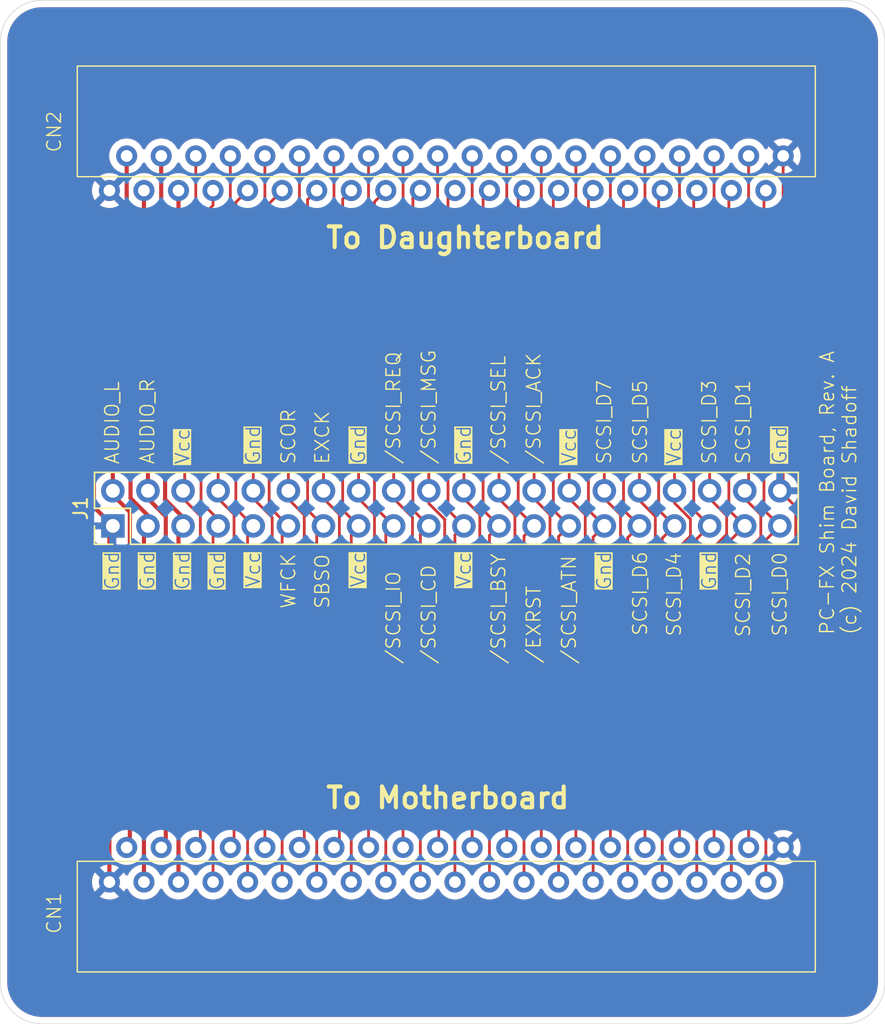
<source format=kicad_pcb>
(kicad_pcb (version 20240108) (generator "pcbnew") (generator_version "8.0")
  (layers (0 "F.Cu" signal) (31 "B.Cu" signal) (34 "B.Paste" user) (35 "F.Paste" user) (36 "B.SilkS" user "B.Silkscreen") (37 "F.SilkS" user "F.Silkscreen") (38 "B.Mask" user) (39 "F.Mask" user) (44 "Edge.Cuts" user))
  (net 0 "")
  (net 1 "Net-(J1-Pin_11)")
  (net 2 "Net-(J1-Pin_32)")
  (net 3 "Net-(J1-Pin_7)")
  (net 4 "Net-(J1-Pin_15)")
  (net 5 "Net-(J1-Pin_38)")
  (net 6 "Net-(J1-Pin_35)")
  (net 7 "Net-(J1-Pin_26)")
  (net 8 "Net-(J1-Pin_12)")
  (net 9 "Net-(J1-Pin_14)")
  (net 10 "Net-(J1-Pin_18)")
  (net 11 "Net-(J1-Pin_23)")
  (net 12 "Net-(J1-Pin_10)")
  (net 13 "Net-(J1-Pin_8)")
  (net 14 "Net-(J1-Pin_2)")
  (net 15 "Net-(J1-Pin_21)")
  (net 16 "Net-(J1-Pin_25)")
  (net 17 "Net-(J1-Pin_19)")
  (net 18 "Net-(J1-Pin_4)")
  (net 19 "Net-(J1-Pin_28)")
  (net 20 "Net-(J1-Pin_6)")
  (net 21 "Net-(J1-Pin_37)")
  (net 22 "Net-(J1-Pin_17)")
  (net 23 "Net-(J1-Pin_3)")
  (net 24 "Net-(J1-Pin_36)")
  (net 25 "Net-(J1-Pin_29)")
  (net 26 "Net-(J1-Pin_39)")
  (net 27 "Net-(J1-Pin_27)")
  (net 28 "Net-(J1-Pin_16)")
  (net 29 "Net-(J1-Pin_9)")
  (net 30 "Net-(J1-Pin_33)")
  (net 31 "Net-(J1-Pin_5)")
  (net 32 "Net-(J1-Pin_24)")
  (net 33 "Net-(J1-Pin_22)")
  (net 34 "Net-(J1-Pin_20)")
  (net 35 "Net-(J1-Pin_31)")
  (net 36 "Net-(J1-Pin_30)")
  (net 37 "Net-(J1-Pin_34)")
  (net 38 "Net-(J1-Pin_13)")
  (net 39 "GND")
  (footprint "Library:FFC_40_Molex_52044-4045" (layer "F.Cu") (at 148.64 123.5)
    (property "Reference" "CN1" (at -27.75 3.5 90) (layer "F.SilkS") (effects (font (thickness 0.1))))
    (property "Value" "~")
    (fp_rect (start -26.075 -0.25) (end 27.325 7.75) (stroke (width 0.1)) (fill none) (layer "F.SilkS"))
    (pad "1" thru_hole circle (at -23.75 1.25) (size 1.524 1.524) (drill 0.85) (layers "*.Cu" "*.Mask") (net 39 "GND"))
    (pad "2" thru_hole circle (at -22.5 -1.25) (size 1.524 1.524) (drill 0.85) (layers "*.Cu" "*.Mask") (net 14 "Net-(J1-Pin_2)"))
    (pad "3" thru_hole circle (at -21.25 1.25) (size 1.524 1.524) (drill 0.85) (layers "*.Cu" "*.Mask") (net 23 "Net-(J1-Pin_3)"))
    (pad "4" thru_hole circle (at -20 -1.25) (size 1.524 1.524) (drill 0.85) (layers "*.Cu" "*.Mask") (net 18 "Net-(J1-Pin_4)"))
    (pad "5" thru_hole circle (at -18.75 1.25) (size 1.524 1.524) (drill 0.85) (layers "*.Cu" "*.Mask") (net 31 "Net-(J1-Pin_5)"))
    (pad "6" thru_hole circle (at -17.5 -1.25) (size 1.524 1.524) (drill 0.85) (layers "*.Cu" "*.Mask") (net 20 "Net-(J1-Pin_6)"))
    (pad "7" thru_hole circle (at -16.25 1.25) (size 1.524 1.524) (drill 0.85) (layers "*.Cu" "*.Mask") (net 3 "Net-(J1-Pin_7)"))
    (pad "8" thru_hole circle (at -15 -1.25) (size 1.524 1.524) (drill 0.85) (layers "*.Cu" "*.Mask") (net 13 "Net-(J1-Pin_8)"))
    (pad "9" thru_hole circle (at -13.75 1.25) (size 1.524 1.524) (drill 0.85) (layers "*.Cu" "*.Mask") (net 29 "Net-(J1-Pin_9)"))
    (pad "10" thru_hole circle (at -12.5 -1.25) (size 1.524 1.524) (drill 0.85) (layers "*.Cu" "*.Mask") (net 12 "Net-(J1-Pin_10)"))
    (pad "11" thru_hole circle (at -11.25 1.25) (size 1.524 1.524) (drill 0.85) (layers "*.Cu" "*.Mask") (net 1 "Net-(J1-Pin_11)"))
    (pad "12" thru_hole circle (at -10 -1.25) (size 1.524 1.524) (drill 0.85) (layers "*.Cu" "*.Mask") (net 8 "Net-(J1-Pin_12)"))
    (pad "13" thru_hole circle (at -8.75 1.25) (size 1.524 1.524) (drill 0.85) (layers "*.Cu" "*.Mask") (net 38 "Net-(J1-Pin_13)"))
    (pad "14" thru_hole circle (at -7.5 -1.25) (size 1.524 1.524) (drill 0.85) (layers "*.Cu" "*.Mask") (net 9 "Net-(J1-Pin_14)"))
    (pad "15" thru_hole circle (at -6.25 1.25) (size 1.524 1.524) (drill 0.85) (layers "*.Cu" "*.Mask") (net 4 "Net-(J1-Pin_15)"))
    (pad "16" thru_hole circle (at -5 -1.25) (size 1.524 1.524) (drill 0.85) (layers "*.Cu" "*.Mask") (net 28 "Net-(J1-Pin_16)"))
    (pad "17" thru_hole circle (at -3.75 1.25) (size 1.524 1.524) (drill 0.85) (layers "*.Cu" "*.Mask") (net 22 "Net-(J1-Pin_17)"))
    (pad "18" thru_hole circle (at -2.5 -1.25) (size 1.524 1.524) (drill 0.85) (layers "*.Cu" "*.Mask") (net 10 "Net-(J1-Pin_18)"))
    (pad "19" thru_hole circle (at -1.25 1.25) (size 1.524 1.524) (drill 0.85) (layers "*.Cu" "*.Mask") (net 17 "Net-(J1-Pin_19)"))
    (pad "20" thru_hole circle (at 0 -1.25) (size 1.524 1.524) (drill 0.85) (layers "*.Cu" "*.Mask") (net 34 "Net-(J1-Pin_20)"))
    (pad "21" thru_hole circle (at 1.25 1.25) (size 1.524 1.524) (drill 0.85) (layers "*.Cu" "*.Mask") (net 15 "Net-(J1-Pin_21)"))
    (pad "22" thru_hole circle (at 2.5 -1.25) (size 1.524 1.524) (drill 0.85) (layers "*.Cu" "*.Mask") (net 33 "Net-(J1-Pin_22)"))
    (pad "23" thru_hole circle (at 3.75 1.25) (size 1.524 1.524) (drill 0.85) (layers "*.Cu" "*.Mask") (net 11 "Net-(J1-Pin_23)"))
    (pad "24" thru_hole circle (at 5 -1.25) (size 1.524 1.524) (drill 0.85) (layers "*.Cu" "*.Mask") (net 32 "Net-(J1-Pin_24)"))
    (pad "25" thru_hole circle (at 6.25 1.25) (size 1.524 1.524) (drill 0.85) (layers "*.Cu" "*.Mask") (net 16 "Net-(J1-Pin_25)"))
    (pad "26" thru_hole circle (at 7.5 -1.25) (size 1.524 1.524) (drill 0.85) (layers "*.Cu" "*.Mask") (net 7 "Net-(J1-Pin_26)"))
    (pad "27" thru_hole circle (at 8.75 1.25) (size 1.524 1.524) (drill 0.85) (layers "*.Cu" "*.Mask") (net 27 "Net-(J1-Pin_27)"))
    (pad "28" thru_hole circle (at 10 -1.25) (size 1.524 1.524) (drill 0.85) (layers "*.Cu" "*.Mask") (net 19 "Net-(J1-Pin_28)"))
    (pad "29" thru_hole circle (at 11.25 1.25) (size 1.524 1.524) (drill 0.85) (layers "*.Cu" "*.Mask") (net 25 "Net-(J1-Pin_29)"))
    (pad "30" thru_hole circle (at 12.5 -1.25) (size 1.524 1.524) (drill 0.85) (layers "*.Cu" "*.Mask") (net 36 "Net-(J1-Pin_30)"))
    (pad "31" thru_hole circle (at 13.75 1.25) (size 1.524 1.524) (drill 0.85) (layers "*.Cu" "*.Mask") (net 35 "Net-(J1-Pin_31)"))
    (pad "32" thru_hole circle (at 15 -1.25) (size 1.524 1.524) (drill 0.85) (layers "*.Cu" "*.Mask") (net 2 "Net-(J1-Pin_32)"))
    (pad "33" thru_hole circle (at 16.25 1.25) (size 1.524 1.524) (drill 0.85) (layers "*.Cu" "*.Mask") (net 30 "Net-(J1-Pin_33)"))
    (pad "34" thru_hole circle (at 17.5 -1.25) (size 1.524 1.524) (drill 0.85) (layers "*.Cu" "*.Mask") (net 37 "Net-(J1-Pin_34)"))
    (pad "35" thru_hole circle (at 18.75 1.25) (size 1.524 1.524) (drill 0.85) (layers "*.Cu" "*.Mask") (net 6 "Net-(J1-Pin_35)"))
    (pad "36" thru_hole circle (at 20 -1.25) (size 1.524 1.524) (drill 0.85) (layers "*.Cu" "*.Mask") (net 24 "Net-(J1-Pin_36)"))
    (pad "37" thru_hole circle (at 21.25 1.25) (size 1.524 1.524) (drill 0.85) (layers "*.Cu" "*.Mask") (net 21 "Net-(J1-Pin_37)"))
    (pad "38" thru_hole circle (at 22.5 -1.25) (size 1.524 1.524) (drill 0.85) (layers "*.Cu" "*.Mask") (net 5 "Net-(J1-Pin_38)"))
    (pad "39" thru_hole circle (at 23.75 1.25) (size 1.524 1.524) (drill 0.85) (layers "*.Cu" "*.Mask") (net 26 "Net-(J1-Pin_39)"))
    (pad "40" thru_hole circle (at 25 -1.25) (size 1.524 1.524) (drill 0.85) (layers "*.Cu" "*.Mask") (net 39 "GND"))
  )
  (footprint "Library:FFC_40_Molex_52044-4045" (layer "F.Cu") (at 149.89 73.5 180)
    (property "Reference" "CN2" (at 29 3 90) (layer "F.SilkS") (effects (font (thickness 0.1))))
    (property "Value" "~")
    (fp_rect (start -26.075 -0.25) (end 27.325 7.75) (stroke (width 0.1)) (fill none) (layer "F.SilkS"))
    (pad "1" thru_hole circle (at -23.75 1.25 180) (size 1.524 1.524) (drill 0.85) (layers "*.Cu" "*.Mask") (net 39 "GND"))
    (pad "2" thru_hole circle (at -22.5 -1.25 180) (size 1.524 1.524) (drill 0.85) (layers "*.Cu" "*.Mask") (net 26 "Net-(J1-Pin_39)"))
    (pad "3" thru_hole circle (at -21.25 1.25 180) (size 1.524 1.524) (drill 0.85) (layers "*.Cu" "*.Mask") (net 5 "Net-(J1-Pin_38)"))
    (pad "4" thru_hole circle (at -20 -1.25 180) (size 1.524 1.524) (drill 0.85) (layers "*.Cu" "*.Mask") (net 21 "Net-(J1-Pin_37)"))
    (pad "5" thru_hole circle (at -18.75 1.25 180) (size 1.524 1.524) (drill 0.85) (layers "*.Cu" "*.Mask") (net 24 "Net-(J1-Pin_36)"))
    (pad "6" thru_hole circle (at -17.5 -1.25 180) (size 1.524 1.524) (drill 0.85) (layers "*.Cu" "*.Mask") (net 6 "Net-(J1-Pin_35)"))
    (pad "7" thru_hole circle (at -16.25 1.25 180) (size 1.524 1.524) (drill 0.85) (layers "*.Cu" "*.Mask") (net 37 "Net-(J1-Pin_34)"))
    (pad "8" thru_hole circle (at -15 -1.25 180) (size 1.524 1.524) (drill 0.85) (layers "*.Cu" "*.Mask") (net 30 "Net-(J1-Pin_33)"))
    (pad "9" thru_hole circle (at -13.75 1.25 180) (size 1.524 1.524) (drill 0.85) (layers "*.Cu" "*.Mask") (net 2 "Net-(J1-Pin_32)"))
    (pad "10" thru_hole circle (at -12.5 -1.25 180) (size 1.524 1.524) (drill 0.85) (layers "*.Cu" "*.Mask") (net 35 "Net-(J1-Pin_31)"))
    (pad "11" thru_hole circle (at -11.25 1.25 180) (size 1.524 1.524) (drill 0.85) (layers "*.Cu" "*.Mask") (net 36 "Net-(J1-Pin_30)"))
    (pad "12" thru_hole circle (at -10 -1.25 180) (size 1.524 1.524) (drill 0.85) (layers "*.Cu" "*.Mask") (net 25 "Net-(J1-Pin_29)"))
    (pad "13" thru_hole circle (at -8.75 1.25 180) (size 1.524 1.524) (drill 0.85) (layers "*.Cu" "*.Mask") (net 19 "Net-(J1-Pin_28)"))
    (pad "14" thru_hole circle (at -7.5 -1.25 180) (size 1.524 1.524) (drill 0.85) (layers "*.Cu" "*.Mask") (net 27 "Net-(J1-Pin_27)"))
    (pad "15" thru_hole circle (at -6.25 1.25 180) (size 1.524 1.524) (drill 0.85) (layers "*.Cu" "*.Mask") (net 7 "Net-(J1-Pin_26)"))
    (pad "16" thru_hole circle (at -5 -1.25 180) (size 1.524 1.524) (drill 0.85) (layers "*.Cu" "*.Mask") (net 16 "Net-(J1-Pin_25)"))
    (pad "17" thru_hole circle (at -3.75 1.25 180) (size 1.524 1.524) (drill 0.85) (layers "*.Cu" "*.Mask") (net 32 "Net-(J1-Pin_24)"))
    (pad "18" thru_hole circle (at -2.5 -1.25 180) (size 1.524 1.524) (drill 0.85) (layers "*.Cu" "*.Mask") (net 11 "Net-(J1-Pin_23)"))
    (pad "19" thru_hole circle (at -1.25 1.25 180) (size 1.524 1.524) (drill 0.85) (layers "*.Cu" "*.Mask") (net 33 "Net-(J1-Pin_22)"))
    (pad "20" thru_hole circle (at 0 -1.25 180) (size 1.524 1.524) (drill 0.85) (layers "*.Cu" "*.Mask") (net 15 "Net-(J1-Pin_21)"))
    (pad "21" thru_hole circle (at 1.25 1.25 180) (size 1.524 1.524) (drill 0.85) (layers "*.Cu" "*.Mask") (net 34 "Net-(J1-Pin_20)"))
    (pad "22" thru_hole circle (at 2.5 -1.25 180) (size 1.524 1.524) (drill 0.85) (layers "*.Cu" "*.Mask") (net 17 "Net-(J1-Pin_19)"))
    (pad "23" thru_hole circle (at 3.75 1.25 180) (size 1.524 1.524) (drill 0.85) (layers "*.Cu" "*.Mask") (net 10 "Net-(J1-Pin_18)"))
    (pad "24" thru_hole circle (at 5 -1.25 180) (size 1.524 1.524) (drill 0.85) (layers "*.Cu" "*.Mask") (net 22 "Net-(J1-Pin_17)"))
    (pad "25" thru_hole circle (at 6.25 1.25 180) (size 1.524 1.524) (drill 0.85) (layers "*.Cu" "*.Mask") (net 28 "Net-(J1-Pin_16)"))
    (pad "26" thru_hole circle (at 7.5 -1.25 180) (size 1.524 1.524) (drill 0.85) (layers "*.Cu" "*.Mask") (net 4 "Net-(J1-Pin_15)"))
    (pad "27" thru_hole circle (at 8.75 1.25 180) (size 1.524 1.524) (drill 0.85) (layers "*.Cu" "*.Mask") (net 9 "Net-(J1-Pin_14)"))
    (pad "28" thru_hole circle (at 10 -1.25 180) (size 1.524 1.524) (drill 0.85) (layers "*.Cu" "*.Mask") (net 38 "Net-(J1-Pin_13)"))
    (pad "29" thru_hole circle (at 11.25 1.25 180) (size 1.524 1.524) (drill 0.85) (layers "*.Cu" "*.Mask") (net 8 "Net-(J1-Pin_12)"))
    (pad "30" thru_hole circle (at 12.5 -1.25 180) (size 1.524 1.524) (drill 0.85) (layers "*.Cu" "*.Mask") (net 1 "Net-(J1-Pin_11)"))
    (pad "31" thru_hole circle (at 13.75 1.25 180) (size 1.524 1.524) (drill 0.85) (layers "*.Cu" "*.Mask") (net 12 "Net-(J1-Pin_10)"))
    (pad "32" thru_hole circle (at 15 -1.25 180) (size 1.524 1.524) (drill 0.85) (layers "*.Cu" "*.Mask") (net 29 "Net-(J1-Pin_9)"))
    (pad "33" thru_hole circle (at 16.25 1.25 180) (size 1.524 1.524) (drill 0.85) (layers "*.Cu" "*.Mask") (net 13 "Net-(J1-Pin_8)"))
    (pad "34" thru_hole circle (at 17.5 -1.25 180) (size 1.524 1.524) (drill 0.85) (layers "*.Cu" "*.Mask") (net 3 "Net-(J1-Pin_7)"))
    (pad "35" thru_hole circle (at 18.75 1.25 180) (size 1.524 1.524) (drill 0.85) (layers "*.Cu" "*.Mask") (net 20 "Net-(J1-Pin_6)"))
    (pad "36" thru_hole circle (at 20 -1.25 180) (size 1.524 1.524) (drill 0.85) (layers "*.Cu" "*.Mask") (net 31 "Net-(J1-Pin_5)"))
    (pad "37" thru_hole circle (at 21.25 1.25 180) (size 1.524 1.524) (drill 0.85) (layers "*.Cu" "*.Mask") (net 18 "Net-(J1-Pin_4)"))
    (pad "38" thru_hole circle (at 22.5 -1.25 180) (size 1.524 1.524) (drill 0.85) (layers "*.Cu" "*.Mask") (net 23 "Net-(J1-Pin_3)"))
    (pad "39" thru_hole circle (at 23.75 1.25 180) (size 1.524 1.524) (drill 0.85) (layers "*.Cu" "*.Mask") (net 14 "Net-(J1-Pin_2)"))
    (pad "40" thru_hole circle (at 25 -1.25 180) (size 1.524 1.524) (drill 0.85) (layers "*.Cu" "*.Mask") (net 39 "GND"))
  )
  (footprint "Library:PinHeader_2x20_P2.54mm_Vertical" (layer "F.Cu") (at 125.14 99 90)
    (property "Reference" "J1" (at 1.27 -2.33 90) (layer "F.SilkS"))
    (property "Value" "Conn_02x20_Odd_Even" (hide yes))
    (fp_line (start 3.87 -1.33) (end 3.87 49.59) (stroke (width 0.12)) (layer "F.SilkS"))
    (fp_line (start 1.27 -1.33) (end 3.87 -1.33) (stroke (width 0.12)) (layer "F.SilkS"))
    (fp_line (start -1.33 -1.33) (end 0 -1.33) (stroke (width 0.12)) (layer "F.SilkS"))
    (fp_line (start -1.33 0) (end -1.33 -1.33) (stroke (width 0.12)) (layer "F.SilkS"))
    (fp_line (start 1.27 1.27) (end 1.27 -1.33) (stroke (width 0.12)) (layer "F.SilkS"))
    (fp_line (start -1.33 1.27) (end 1.27 1.27) (stroke (width 0.12)) (layer "F.SilkS"))
    (fp_line (start -1.33 1.27) (end -1.33 49.59) (stroke (width 0.12)) (layer "F.SilkS"))
    (fp_line (start -1.33 49.59) (end 3.87 49.59) (stroke (width 0.12)) (layer "F.SilkS"))
    (pad "1" thru_hole rect (at 0 0 90) (size 1.7 1.7) (drill 1) (layers "*.Cu" "*.Mask") (net 39 "GND"))
    (pad "2" thru_hole oval (at 2.54 0 90) (size 1.7 1.7) (drill 1) (layers "*.Cu" "*.Mask") (net 14 "Net-(J1-Pin_2)"))
    (pad "3" thru_hole oval (at 0 2.54 90) (size 1.7 1.7) (drill 1) (layers "*.Cu" "*.Mask") (net 23 "Net-(J1-Pin_3)"))
    (pad "4" thru_hole oval (at 2.54 2.54 90) (size 1.7 1.7) (drill 1) (layers "*.Cu" "*.Mask") (net 18 "Net-(J1-Pin_4)"))
    (pad "5" thru_hole oval (at 0 5.08 90) (size 1.7 1.7) (drill 1) (layers "*.Cu" "*.Mask") (net 31 "Net-(J1-Pin_5)"))
    (pad "6" thru_hole oval (at 2.54 5.08 90) (size 1.7 1.7) (drill 1) (layers "*.Cu" "*.Mask") (net 20 "Net-(J1-Pin_6)"))
    (pad "7" thru_hole oval (at 0 7.62 90) (size 1.7 1.7) (drill 1) (layers "*.Cu" "*.Mask") (net 3 "Net-(J1-Pin_7)"))
    (pad "8" thru_hole oval (at 2.54 7.62 90) (size 1.7 1.7) (drill 1) (layers "*.Cu" "*.Mask") (net 13 "Net-(J1-Pin_8)"))
    (pad "9" thru_hole oval (at 0 10.16 90) (size 1.7 1.7) (drill 1) (layers "*.Cu" "*.Mask") (net 29 "Net-(J1-Pin_9)"))
    (pad "10" thru_hole oval (at 2.54 10.16 90) (size 1.7 1.7) (drill 1) (layers "*.Cu" "*.Mask") (net 12 "Net-(J1-Pin_10)"))
    (pad "11" thru_hole oval (at 0 12.7 90) (size 1.7 1.7) (drill 1) (layers "*.Cu" "*.Mask") (net 1 "Net-(J1-Pin_11)"))
    (pad "12" thru_hole oval (at 2.54 12.7 90) (size 1.7 1.7) (drill 1) (layers "*.Cu" "*.Mask") (net 8 "Net-(J1-Pin_12)"))
    (pad "13" thru_hole oval (at 0 15.24 90) (size 1.7 1.7) (drill 1) (layers "*.Cu" "*.Mask") (net 38 "Net-(J1-Pin_13)"))
    (pad "14" thru_hole oval (at 2.54 15.24 90) (size 1.7 1.7) (drill 1) (layers "*.Cu" "*.Mask") (net 9 "Net-(J1-Pin_14)"))
    (pad "15" thru_hole oval (at 0 17.78 90) (size 1.7 1.7) (drill 1) (layers "*.Cu" "*.Mask") (net 4 "Net-(J1-Pin_15)"))
    (pad "16" thru_hole oval (at 2.54 17.78 90) (size 1.7 1.7) (drill 1) (layers "*.Cu" "*.Mask") (net 28 "Net-(J1-Pin_16)"))
    (pad "17" thru_hole oval (at 0 20.32 90) (size 1.7 1.7) (drill 1) (layers "*.Cu" "*.Mask") (net 22 "Net-(J1-Pin_17)"))
    (pad "18" thru_hole oval (at 2.54 20.32 90) (size 1.7 1.7) (drill 1) (layers "*.Cu" "*.Mask") (net 10 "Net-(J1-Pin_18)"))
    (pad "19" thru_hole oval (at 0 22.86 90) (size 1.7 1.7) (drill 1) (layers "*.Cu" "*.Mask") (net 17 "Net-(J1-Pin_19)"))
    (pad "20" thru_hole oval (at 2.54 22.86 90) (size 1.7 1.7) (drill 1) (layers "*.Cu" "*.Mask") (net 34 "Net-(J1-Pin_20)"))
    (pad "21" thru_hole oval (at 0 25.4 90) (size 1.7 1.7) (drill 1) (layers "*.Cu" "*.Mask") (net 15 "Net-(J1-Pin_21)"))
    (pad "22" thru_hole oval (at 2.54 25.4 90) (size 1.7 1.7) (drill 1) (layers "*.Cu" "*.Mask") (net 33 "Net-(J1-Pin_22)"))
    (pad "23" thru_hole oval (at 0 27.94 90) (size 1.7 1.7) (drill 1) (layers "*.Cu" "*.Mask") (net 11 "Net-(J1-Pin_23)"))
    (pad "24" thru_hole oval (at 2.54 27.94 90) (size 1.7 1.7) (drill 1) (layers "*.Cu" "*.Mask") (net 32 "Net-(J1-Pin_24)"))
    (pad "25" thru_hole oval (at 0 30.48 90) (size 1.7 1.7) (drill 1) (layers "*.Cu" "*.Mask") (net 16 "Net-(J1-Pin_25)"))
    (pad "26" thru_hole oval (at 2.54 30.48 90) (size 1.7 1.7) (drill 1) (layers "*.Cu" "*.Mask") (net 7 "Net-(J1-Pin_26)"))
    (pad "27" thru_hole oval (at 0 33.02 90) (size 1.7 1.7) (drill 1) (layers "*.Cu" "*.Mask") (net 27 "Net-(J1-Pin_27)"))
    (pad "28" thru_hole oval (at 2.54 33.02 90) (size 1.7 1.7) (drill 1) (layers "*.Cu" "*.Mask") (net 19 "Net-(J1-Pin_28)"))
    (pad "29" thru_hole oval (at 0 35.56 90) (size 1.7 1.7) (drill 1) (layers "*.Cu" "*.Mask") (net 25 "Net-(J1-Pin_29)"))
    (pad "30" thru_hole oval (at 2.54 35.56 90) (size 1.7 1.7) (drill 1) (layers "*.Cu" "*.Mask") (net 36 "Net-(J1-Pin_30)"))
    (pad "31" thru_hole oval (at 0 38.1 90) (size 1.7 1.7) (drill 1) (layers "*.Cu" "*.Mask") (net 35 "Net-(J1-Pin_31)"))
    (pad "32" thru_hole oval (at 2.54 38.1 90) (size 1.7 1.7) (drill 1) (layers "*.Cu" "*.Mask") (net 2 "Net-(J1-Pin_32)"))
    (pad "33" thru_hole oval (at 0 40.64 90) (size 1.7 1.7) (drill 1) (layers "*.Cu" "*.Mask") (net 30 "Net-(J1-Pin_33)"))
    (pad "34" thru_hole oval (at 2.54 40.64 90) (size 1.7 1.7) (drill 1) (layers "*.Cu" "*.Mask") (net 37 "Net-(J1-Pin_34)"))
    (pad "35" thru_hole oval (at 0 43.18 90) (size 1.7 1.7) (drill 1) (layers "*.Cu" "*.Mask") (net 6 "Net-(J1-Pin_35)"))
    (pad "36" thru_hole oval (at 2.54 43.18 90) (size 1.7 1.7) (drill 1) (layers "*.Cu" "*.Mask") (net 24 "Net-(J1-Pin_36)"))
    (pad "37" thru_hole oval (at 0 45.72 90) (size 1.7 1.7) (drill 1) (layers "*.Cu" "*.Mask") (net 21 "Net-(J1-Pin_37)"))
    (pad "38" thru_hole oval (at 2.54 45.72 90) (size 1.7 1.7) (drill 1) (layers "*.Cu" "*.Mask") (net 5 "Net-(J1-Pin_38)"))
    (pad "39" thru_hole oval (at 0 48.26 90) (size 1.7 1.7) (drill 1) (layers "*.Cu" "*.Mask") (net 26 "Net-(J1-Pin_39)"))
    (pad "40" thru_hole oval (at 2.54 48.26 90) (size 1.7 1.7) (drill 1) (layers "*.Cu" "*.Mask") (net 39 "GND"))
  )
  (gr_arc (start 181 132) (mid 180.12132 134.12132) (end 178 135) (stroke (width 0.05)) (layer "Edge.Cuts"))
  (gr_line (start 178 61) (end 120 61) (stroke (width 0.05)) (layer "Edge.Cuts"))
  (gr_line (start 120 135) (end 178 135) (stroke (width 0.05)) (layer "Edge.Cuts"))
  (gr_arc (start 117 64) (mid 117.87868 61.87868) (end 120 61) (stroke (width 0.05)) (layer "Edge.Cuts"))
  (gr_arc (start 178 61) (mid 180.12132 61.87868) (end 181 64) (stroke (width 0.05)) (layer "Edge.Cuts"))
  (gr_line (start 117 64) (end 117 132) (stroke (width 0.05)) (layer "Edge.Cuts"))
  (gr_line (start 181 132) (end 181 64) (stroke (width 0.05)) (layer "Edge.Cuts"))
  (gr_arc (start 120 135) (mid 117.87868 134.12132) (end 117 132) (stroke (width 0.05)) (layer "Edge.Cuts"))
  (gr_text "SCSI_D0" (at 173.975 107.055 90) (layer "F.SilkS") (effects (font (size 1 1) (thickness 0.1)) (justify left bottom)))
  (gr_text "/SCSI_ACK" (at 156.175 94.605 90) (layer "F.SilkS") (effects (font (size 1 1) (thickness 0.1)) (justify left bottom)))
  (gr_text "Gnd" (at 135.875 94.605 90) (layer "F.SilkS" knockout) (effects (font (size 1 1) (thickness 0.1)) (justify left bottom)))
  (gr_text "Vcc" (at 158.725 94.605 90) (layer "F.SilkS" knockout) (effects (font (size 1 1) (thickness 0.1)) (justify left bottom)))
  (gr_text "SCSI_D1" (at 171.325 94.605 90) (layer "F.SilkS") (effects (font (size 1 1) (thickness 0.1)) (justify left bottom)))
  (gr_text "SCSI_D2" (at 171.325 107.105 90) (layer "F.SilkS") (effects (font (size 1 1) (thickness 0.1)) (justify left bottom)))
  (gr_text "SCSI_D5" (at 163.875 94.605 90) (layer "F.SilkS") (effects (font (size 1 1) (thickness 0.1)) (justify left bottom)))
  (gr_text "Vcc" (at 143.475 103.505 90) (layer "F.SilkS" knockout) (effects (font (size 1 1) (thickness 0.1)) (justify left bottom)))
  (gr_text "SCSI_D7" (at 161.275 94.605 90) (layer "F.SilkS") (effects (font (size 1 1) (thickness 0.1)) (justify left bottom)))
  (gr_text "/SCSI_BSY" (at 153.625 109.055 90) (layer "F.SilkS") (effects (font (size 1 1) (thickness 0.1)) (justify left bottom)))
  (gr_text "/SCSI_ATN" (at 158.725 109.055 90) (layer "F.SilkS") (effects (font (size 1 1) (thickness 0.1)) (justify left bottom)))
  (gr_text "/SCSI_CD" (at 148.575 109.055 90) (layer "F.SilkS") (effects (font (size 1 1) (thickness 0.1)) (justify left bottom)))
  (gr_text "/SCSI_REQ" (at 146.025 94.605 90) (layer "F.SilkS") (effects (font (size 1 1) (thickness 0.1)) (justify left bottom)))
  (gr_text "Gnd" (at 128.225 103.705 90) (layer "F.SilkS" knockout) (effects (font (size 1 1) (thickness 0.1)) (justify left bottom)))
  (gr_text "SCSI_D6" (at 163.875 107.005 90) (layer "F.SilkS") (effects (font (size 1 1) (thickness 0.1)) (justify left bottom)))
  (gr_text "Gnd" (at 161.275 103.705 90) (layer "F.SilkS" knockout) (effects (font (size 1 1) (thickness 0.1)) (justify left bottom)))
  (gr_text "Gnd" (at 133.275 103.705 90) (layer "F.SilkS" knockout) (effects (font (size 1 1) (thickness 0.1)) (justify left bottom)))
  (gr_text "PC-FX Shim Board, Rev. A\n(c) 2024 David Shadoff" (at 179.02 106.94 90) (layer "F.SilkS") (effects (font (size 1 1) (thickness 0.1)) (justify left bottom)))
  (gr_text "Gnd" (at 173.975 94.605 90) (layer "F.SilkS" knockout) (effects (font (size 1 1) (thickness 0.1)) (justify left bottom)))
  (gr_text "AUDIO_L" (at 125.675 94.605 90) (layer "F.SilkS") (effects (font (size 1 1) (thickness 0.1)) (justify left bottom)))
  (gr_text "/SCSI_SEL" (at 153.625 94.605 90) (layer "F.SilkS") (effects (font (size 1 1) (thickness 0.1)) (justify left bottom)))
  (gr_text "Gnd" (at 143.475 94.605 90) (layer "F.SilkS" knockout) (effects (font (size 1 1) (thickness 0.1)) (justify left bottom)))
  (gr_text "Vcc" (at 166.325 94.605 90) (layer "F.SilkS" knockout) (effects (font (size 1 1) (thickness 0.1)) (justify left bottom)))
  (gr_text "Vcc" (at 151.125 103.505 90) (layer "F.SilkS" knockout) (effects (font (size 1 1) (thickness 0.1)) (justify left bottom)))
  (gr_text "To Daughterboard" (at 140.42 79.04 0) (layer "F.SilkS") (effects (font (size 1.5 1.5) (thickness 0.3) (bold yes)) (justify left bottom)))
  (gr_text "SCSI_D4" (at 166.325 107.055 90) (layer "F.SilkS") (effects (font (size 1 1) (thickness 0.1)) (justify left bottom)))
  (gr_text "To Motherboard" (at 140.42 119.54 0) (layer "F.SilkS") (effects (font (size 1.5 1.5) (thickness 0.3) (bold yes)) (justify left bottom)))
  (gr_text "SCOR" (at 138.425 94.605 90) (layer "F.SilkS") (effects (font (size 1 1) (thickness 0.1)) (justify left bottom)))
  (gr_text "Vcc" (at 135.875 103.505 90) (layer "F.SilkS" knockout) (effects (font (size 1 1) (thickness 0.1)) (justify left bottom)))
  (gr_text "Gnd" (at 130.775 103.705 90) (layer "F.SilkS" knockout) (effects (font (size 1 1) (thickness 0.1)) (justify left bottom)))
  (gr_text "/EXRST" (at 156.175 109.005 90) (layer "F.SilkS") (effects (font (size 1 1) (thickness 0.1)) (justify left bottom)))
  (gr_text "EXCK" (at 140.875 94.605 90) (layer "F.SilkS") (effects (font (size 1 1) (thickness 0.1)) (justify left bottom)))
  (gr_text "SCSI_D3" (at 168.875 94.605 90) (layer "F.SilkS") (effects (font (size 1 1) (thickness 0.1)) (justify left bottom)))
  (gr_text "AUDIO_R" (at 128.225 94.605 90) (layer "F.SilkS") (effects (font (size 1 1) (thickness 0.1)) (justify left bottom)))
  (gr_text "Gnd" (at 168.875 103.705 90) (layer "F.SilkS" knockout) (effects (font (size 1 1) (thickness 0.1)) (justify left bottom)))
  (gr_text "Vcc" (at 130.775 94.605 90) (layer "F.SilkS" knockout) (effects (font (size 1 1) (thickness 0.1)) (justify left bottom)))
  (gr_text "/SCSI_IO" (at 146.025 109.055 90) (layer "F.SilkS") (effects (font (size 1 1) (thickness 0.1)) (justify left bottom)))
  (gr_text "/SCSI_MSG" (at 148.575 94.605 90) (layer "F.SilkS") (effects (font (size 1 1) (thickness 0.1)) (justify left bottom)))
  (gr_text "WFCK" (at 138.425 105.055 90) (layer "F.SilkS") (effects (font (size 1 1) (thickness 0.1)) (justify left bottom)))
  (gr_text "Gnd" (at 151.125 94.605 90) (layer "F.SilkS" knockout) (effects (font (size 1 1) (thickness 0.1)) (justify left bottom)))
  (gr_text "Gnd" (at 125.675 103.705 90) (layer "F.SilkS" knockout) (effects (font (size 1 1) (thickness 0.1)) (justify left bottom)))
  (gr_text "SBSO" (at 140.875 105.055 90) (layer "F.SilkS") (effects (font (size 1 1) (thickness 0.1)) (justify left bottom)))
  (segment (start 137.39 124.75) (end 137.39 99.45) (width 0.2) (layer "F.Cu") (net 1))
  (segment (start 136.45 97.61) (end 136.45 75.69) (width 0.2) (layer "F.Cu") (net 1))
  (segment (start 137.39 99.45) (end 137.84 99) (width 0.2) (layer "F.Cu") (net 1))
  (segment (start 136.45 75.69) (end 137.39 74.75) (width 0.2) (layer "F.Cu") (net 1))
  (segment (start 137.84 99) (end 136.45 97.61) (width 0.2) (layer "F.Cu") (net 1))
  (segment (start 163.24 97.16) (end 163.24 96.46) (width 0.2) (layer "F.Cu") (net 2))
  (segment (start 163.24 76.27) (end 163.64 75.87) (width 0.2) (layer "F.Cu") (net 2))
  (segment (start 164.39 98.31) (end 163.24 97.16) (width 0.2) (layer "F.Cu") (net 2))
  (segment (start 163.64 100.92) (end 164.39 100.17) (width 0.2) (layer "F.Cu") (net 2))
  (segment (start 163.24 96.46) (end 163.24 76.27) (width 0.2) (layer "F.Cu") (net 2))
  (segment (start 163.64 122.25) (end 163.64 100.92) (width 0.2) (layer "F.Cu") (net 2))
  (segment (start 164.39 100.17) (end 164.39 98.31) (width 0.2) (layer "F.Cu") (net 2))
  (segment (start 163.64 75.87) (end 163.64 72.25) (width 0.2) (layer "F.Cu") (net 2))
  (segment (start 131.52 97.29) (end 131.52 76.69) (width 0.2) (layer "F.Cu") (net 3))
  (segment (start 132.76 98.53) (end 131.52 97.29) (width 0.2) (layer "F.Cu") (net 3))
  (segment (start 132.76 99) (end 132.76 98.53) (width 0.2) (layer "F.Cu") (net 3))
  (segment (start 132.39 75.82) (end 132.39 74.75) (width 0.2) (layer "F.Cu") (net 3))
  (segment (start 132.39 124.75) (end 132.39 99.37) (width 0.2) (layer "F.Cu") (net 3))
  (segment (start 131.52 76.69) (end 132.39 75.82) (width 0.2) (layer "F.Cu") (net 3))
  (segment (start 132.39 99.37) (end 132.76 99) (width 0.2) (layer "F.Cu") (net 3))
  (segment (start 142.39 124.75) (end 142.39 99.53) (width 0.2) (layer "F.Cu") (net 4))
  (segment (start 141.77 75.37) (end 142.39 74.75) (width 0.2) (layer "F.Cu") (net 4))
  (segment (start 142.39 99.53) (end 142.92 99) (width 0.2) (layer "F.Cu") (net 4))
  (segment (start 142.92 99) (end 141.77 97.85) (width 0.2) (layer "F.Cu") (net 4))
  (segment (start 141.77 97.85) (end 141.77 75.37) (width 0.2) (layer "F.Cu") (net 4))
  (segment (start 170.86 96.46) (end 171.14 96.18) (width 0.2) (layer "F.Cu") (net 5))
  (segment (start 172.022157 98.187843) (end 170.86 97.025686) (width 0.2) (layer "F.Cu") (net 5))
  (segment (start 171.14 100.694315) (end 172.022157 99.812158) (width 0.2) (layer "F.Cu") (net 5))
  (segment (start 171.14 96.18) (end 171.14 72.25) (width 0.2) (layer "F.Cu") (net 5))
  (segment (start 172.022157 99.812158) (end 172.022157 98.187843) (width 0.2) (layer "F.Cu") (net 5))
  (segment (start 170.86 97.025686) (end 170.86 96.46) (width 0.2) (layer "F.Cu") (net 5))
  (segment (start 171.14 122.25) (end 171.14 100.694315) (width 0.2) (layer "F.Cu") (net 5))
  (segment (start 167.39 99.93) (end 168.32 99) (width 0.2) (layer "F.Cu") (net 6))
  (segment (start 167.17 97.85) (end 167.17 74.97) (width 0.2) (layer "F.Cu") (net 6))
  (segment (start 167.17 74.97) (end 167.39 74.75) (width 0.2) (layer "F.Cu") (net 6))
  (segment (start 168.32 99) (end 167.17 97.85) (width 0.2) (layer "F.Cu") (net 6))
  (segment (start 167.39 124.75) (end 167.39 99.93) (width 0.2) (layer "F.Cu") (net 6))
  (segment (start 155.62 97.04) (end 155.62 96.46) (width 0.2) (layer "F.Cu") (net 7))
  (segment (start 156.77 98.19) (end 155.62 97.04) (width 0.2) (layer "F.Cu") (net 7))
  (segment (start 155.62 96.46) (end 155.62 77.39) (width 0.2) (layer "F.Cu") (net 7))
  (segment (start 156.14 122.25) (end 156.14 101.17) (width 0.2) (layer "F.Cu") (net 7))
  (segment (start 155.62 77.39) (end 156.14 76.87) (width 0.2) (layer "F.Cu") (net 7))
  (segment (start 156.14 101.17) (end 156.77 100.54) (width 0.2) (layer "F.Cu") (net 7))
  (segment (start 156.14 76.87) (end 156.14 72.25) (width 0.2) (layer "F.Cu") (net 7))
  (segment (start 156.77 100.54) (end 156.77 98.19) (width 0.2) (layer "F.Cu") (net 7))
  (segment (start 138.64 122.25) (end 138.99 121.9) (width 0.2) (layer "F.Cu") (net 8))
  (segment (start 138.99 121.9) (end 138.99 98.21) (width 0.2) (layer "F.Cu") (net 8))
  (segment (start 138.64 75.42) (end 138.64 72.25) (width 0.2) (layer "F.Cu") (net 8))
  (segment (start 137.84 97.06) (end 137.84 96.46) (width 0.2) (layer "F.Cu") (net 8))
  (segment (start 137.84 96.46) (end 137.84 76.22) (width 0.2) (layer "F.Cu") (net 8))
  (segment (start 137.84 76.22) (end 138.64 75.42) (width 0.2) (layer "F.Cu") (net 8))
  (segment (start 138.99 98.21) (end 137.84 97.06) (width 0.2) (layer "F.Cu") (net 8))
  (segment (start 140.38 96.46) (end 140.38 76.33) (width 0.2) (layer "F.Cu") (net 9))
  (segment (start 141.53 98.175686) (end 140.38 97.025686) (width 0.2) (layer "F.Cu") (net 9))
  (segment (start 141.14 75.57) (end 141.14 72.25) (width 0.2) (layer "F.Cu") (net 9))
  (segment (start 141.14 122.25) (end 141.53 121.86) (width 0.2) (layer "F.Cu") (net 9))
  (segment (start 140.38 97.025686) (end 140.38 96.46) (width 0.2) (layer "F.Cu") (net 9))
  (segment (start 140.38 76.33) (end 141.14 75.57) (width 0.2) (layer "F.Cu") (net 9))
  (segment (start 141.53 121.86) (end 141.53 98.175686) (width 0.2) (layer "F.Cu") (net 9))
  (segment (start 145.46 96.46) (end 145.46 76.7) (width 0.2) (layer "F.Cu") (net 10))
  (segment (start 146.14 100.42) (end 146.82 99.74) (width 0.2) (layer "F.Cu") (net 10))
  (segment (start 145.46 97.025686) (end 145.46 96.46) (width 0.2) (layer "F.Cu") (net 10))
  (segment (start 146.14 122.25) (end 146.14 100.42) (width 0.2) (layer "F.Cu") (net 10))
  (segment (start 146.82 99.74) (end 146.82 98.385686) (width 0.2) (layer "F.Cu") (net 10))
  (segment (start 145.46 76.7) (end 146.14 76.02) (width 0.2) (layer "F.Cu") (net 10))
  (segment (start 146.14 76.02) (end 146.14 72.25) (width 0.2) (layer "F.Cu") (net 10))
  (segment (start 146.82 98.385686) (end 145.46 97.025686) (width 0.2) (layer "F.Cu") (net 10))
  (segment (start 151.93 75.21) (end 152.39 74.75) (width 0.2) (layer "F.Cu") (net 11))
  (segment (start 152.39 124.75) (end 152.39 99.69) (width 0.2) (layer "F.Cu") (net 11))
  (segment (start 151.93 97.85) (end 151.93 75.21) (width 0.2) (layer "F.Cu") (net 11))
  (segment (start 153.08 99) (end 151.93 97.85) (width 0.2) (layer "F.Cu") (net 11))
  (segment (start 152.39 99.69) (end 153.08 99) (width 0.2) (layer "F.Cu") (net 11))
  (segment (start 136.14 122.25) (end 136.14 100.32) (width 0.2) (layer "F.Cu") (net 12))
  (segment (start 135.3 97.025686) (end 135.3 96.46) (width 0.2) (layer "F.Cu") (net 12))
  (segment (start 136.14 100.32) (end 136.67 99.79) (width 0.2) (layer "F.Cu") (net 12))
  (segment (start 136.14 75.42) (end 136.14 72.25) (width 0.2) (layer "F.Cu") (net 12))
  (segment (start 135.3 76.26) (end 136.14 75.42) (width 0.2) (layer "F.Cu") (net 12))
  (segment (start 136.67 99.79) (end 136.67 98.395686) (width 0.2) (layer "F.Cu") (net 12))
  (segment (start 136.67 98.395686) (end 135.3 97.025686) (width 0.2) (layer "F.Cu") (net 12))
  (segment (start 135.3 96.46) (end 135.3 76.26) (width 0.2) (layer "F.Cu") (net 12))
  (segment (start 132.76 97.025686) (end 132.76 96.46) (width 0.2) (layer "F.Cu") (net 13))
  (segment (start 132.76 96.46) (end 132.76 76.4) (width 0.2) (layer "F.Cu") (net 13))
  (segment (start 132.76 76.4) (end 133.64 75.52) (width 0.2) (layer "F.Cu") (net 13))
  (segment (start 133.64 75.52) (end 133.64 72.25) (width 0.2) (layer "F.Cu") (net 13))
  (segment (start 133.91 98.175686) (end 132.76 97.025686) (width 0.2) (layer "F.Cu") (net 13))
  (segment (start 133.91 121.98) (end 133.91 98.175686) (width 0.2) (layer "F.Cu") (net 13))
  (segment (start 133.64 122.25) (end 133.91 121.98) (width 0.2) (layer "F.Cu") (net 13))
  (segment (start 126.37 97.99) (end 125.14 96.76) (width 0.3) (layer "F.Cu") (net 14))
  (segment (start 125.14 96.46) (end 125.14 77.02) (width 0.3) (layer "F.Cu") (net 14))
  (segment (start 125.14 77.02) (end 126.14 76.02) (width 0.3) (layer "F.Cu") (net 14))
  (segment (start 125.14 96.76) (end 125.14 96.46) (width 0.3) (layer "F.Cu") (net 14))
  (segment (start 126.37 122.02) (end 126.37 97.99) (width 0.3) (layer "F.Cu") (net 14))
  (segment (start 126.14 76.02) (end 126.14 72.25) (width 0.3) (layer "F.Cu") (net 14))
  (segment (start 126.14 122.25) (end 126.37 122.02) (width 0.2) (layer "F.Cu") (net 14))
  (segment (start 149.39 75.25) (end 149.89 74.75) (width 0.2) (layer "F.Cu") (net 15))
  (segment (start 149.89 99.65) (end 150.54 99) (width 0.2) (layer "F.Cu") (net 15))
  (segment (start 150.54 99) (end 149.39 97.85) (width 0.2) (layer "F.Cu") (net 15))
  (segment (start 149.39 97.85) (end 149.39 75.25) (width 0.2) (layer "F.Cu") (net 15))
  (segment (start 149.89 124.75) (end 149.89 99.65) (width 0.2) (layer "F.Cu") (net 15))
  (segment (start 154.89 124.75) (end 154.89 99.73) (width 0.2) (layer "F.Cu") (net 16))
  (segment (start 154.47 97.85) (end 154.47 75.17) (width 0.2) (layer "F.Cu") (net 16))
  (segment (start 155.62 99) (end 154.47 97.85) (width 0.2) (layer "F.Cu") (net 16))
  (segment (start 154.89 99.73) (end 155.62 99) (width 0.2) (layer "F.Cu") (net 16))
  (segment (start 154.47 75.17) (end 154.89 74.75) (width 0.2) (layer "F.Cu") (net 16))
  (segment (start 147.39 99.61) (end 148 99) (width 0.2) (layer "F.Cu") (net 17))
  (segment (start 147.39 124.75) (end 147.39 99.61) (width 0.2) (layer "F.Cu") (net 17))
  (segment (start 146.85 75.29) (end 147.39 74.75) (width 0.2) (layer "F.Cu") (net 17))
  (segment (start 146.85 97.85) (end 146.85 75.29) (width 0.2) (layer "F.Cu") (net 17))
  (segment (start 148 99) (end 146.85 97.85) (width 0.2) (layer "F.Cu") (net 17))
  (segment (start 128.97 98.315686) (end 127.68 97.025686) (width 0.3) (layer "F.Cu") (net 18))
  (segment (start 128.97 121.92) (end 128.97 98.315686) (width 0.3) (layer "F.Cu") (net 18))
  (segment (start 128.64 76.02) (end 128.64 72.25) (width 0.3) (layer "F.Cu") (net 18))
  (segment (start 127.68 97.025686) (end 127.68 96.46) (width 0.2) (layer "F.Cu") (net 18))
  (segment (start 128.64 122.25) (end 128.83 122.06) (width 0.2) (layer "F.Cu") (net 18))
  (segment (start 127.68 76.98) (end 128.64 76.02) (width 0.3) (layer "F.Cu") (net 18))
  (segment (start 128.83 122.06) (end 128.97 121.92) (width 0.3) (layer "F.Cu") (net 18))
  (segment (start 127.68 96.46) (end 127.68 76.98) (width 0.3) (layer "F.Cu") (net 18))
  (segment (start 158.16 76.85) (end 158.64 76.37) (width 0.2) (layer "F.Cu") (net 19))
  (segment (start 158.64 76.37) (end 158.64 72.25) (width 0.2) (layer "F.Cu") (net 19))
  (segment (start 158.16 97.025686) (end 158.16 96.46) (width 0.2) (layer "F.Cu") (net 19))
  (segment (start 159.32 100.09) (end 159.32 98.185686) (width 0.2) (layer "F.Cu") (net 19))
  (segment (start 158.64 122.25) (end 158.64 100.77) (width 0.2) (layer "F.Cu") (net 19))
  (segment (start 158.64 100.77) (end 159.32 100.09) (width 0.2) (layer "F.Cu") (net 19))
  (segment (start 159.32 98.185686) (end 158.16 97.025686) (width 0.2) (layer "F.Cu") (net 19))
  (segment (start 158.16 96.46) (end 158.16 76.85) (width 0.2) (layer "F.Cu") (net 19))
  (segment (start 130.34 76.82) (end 131.14 76.02) (width 0.2) (layer "F.Cu") (net 20))
  (segment (start 130.22 96.46) (end 130.34 96.34) (width 0.2) (layer "F.Cu") (net 20))
  (segment (start 130.34 96.34) (end 130.34 76.82) (width 0.2) (layer "F.Cu") (net 20))
  (segment (start 130.22 97.025686) (end 130.22 96.46) (width 0.2) (layer "F.Cu") (net 20))
  (segment (start 131.47 121.92) (end 131.47 98.275686) (width 0.2) (layer "F.Cu") (net 20))
  (segment (start 131.47 98.275686) (end 130.22 97.025686) (width 0.2) (layer "F.Cu") (net 20))
  (segment (start 131.14 122.25) (end 131.47 121.92) (width 0.2) (layer "F.Cu") (net 20))
  (segment (start 131.14 76.02) (end 131.14 72.25) (width 0.2) (layer "F.Cu") (net 20))
  (segment (start 170.86 99) (end 169.71 97.85) (width 0.2) (layer "F.Cu") (net 21))
  (segment (start 169.89 124.75) (end 169.89 99.97) (width 0.2) (layer "F.Cu") (net 21))
  (segment (start 169.71 97.85) (end 169.71 74.93) (width 0.2) (layer "F.Cu") (net 21))
  (segment (start 169.89 99.97) (end 170.86 99) (width 0.2) (layer "F.Cu") (net 21))
  (segment (start 169.71 74.93) (end 169.89 74.75) (width 0.2) (layer "F.Cu") (net 21))
  (segment (start 145.46 99) (end 144.07 97.61) (width 0.2) (layer "F.Cu") (net 22))
  (segment (start 144.89 124.75) (end 144.89 99.57) (width 0.2) (layer "F.Cu") (net 22))
  (segment (start 144.07 75.57) (end 144.89 74.75) (width 0.2) (layer "F.Cu") (net 22))
  (segment (start 144.07 97.61) (end 144.07 75.57) (width 0.2) (layer "F.Cu") (net 22))
  (segment (start 144.89 99.57) (end 145.46 99) (width 0.2) (layer "F.Cu") (net 22))
  (segment (start 127.68 98.25) (end 126.42 96.99) (width 0.3) (layer "F.Cu") (net 23))
  (segment (start 126.42 96.99) (end 126.42 77.09) (width 0.3) (layer "F.Cu") (net 23))
  (segment (start 127.39 76.12) (end 127.39 74.75) (width 0.3) (layer "F.Cu") (net 23))
  (segment (start 127.39 99.29) (end 127.68 99) (width 0.3) (layer "F.Cu") (net 23))
  (segment (start 126.42 77.09) (end 127.39 76.12) (width 0.3) (layer "F.Cu") (net 23))
  (segment (start 127.68 99) (end 127.68 98.25) (width 0.3) (layer "F.Cu") (net 23))
  (segment (start 127.39 124.75) (end 127.39 99.29) (width 0.3) (layer "F.Cu") (net 23))
  (segment (start 168.32 97.025686) (end 168.32 96.46) (width 0.2) (layer "F.Cu") (net 24))
  (segment (start 168.32 96.46) (end 168.32 76.39) (width 0.2) (layer "F.Cu") (net 24))
  (segment (start 168.64 122.25) (end 168.64 100.52) (width 0.2) (layer "F.Cu") (net 24))
  (segment (start 168.64 76.07) (end 168.64 72.25) (width 0.2) (layer "F.Cu") (net 24))
  (segment (start 169.552157 98.257843) (end 168.32 97.025686) (width 0.2) (layer "F.Cu") (net 24))
  (segment (start 169.552157 99.607843) (end 169.552157 98.257843) (width 0.2) (layer "F.Cu") (net 24))
  (segment (start 168.64 100.52) (end 169.552157 99.607843) (width 0.2) (layer "F.Cu") (net 24))
  (segment (start 168.32 76.39) (end 168.64 76.07) (width 0.2) (layer "F.Cu") (net 24))
  (segment (start 160.7 99) (end 159.55 97.85) (width 0.2) (layer "F.Cu") (net 25))
  (segment (start 159.55 97.85) (end 159.55 75.09) (width 0.2) (layer "F.Cu") (net 25))
  (segment (start 159.89 124.75) (end 159.89 99.81) (width 0.2) (layer "F.Cu") (net 25))
  (segment (start 159.55 75.09) (end 159.89 74.75) (width 0.2) (layer "F.Cu") (net 25))
  (segment (start 159.89 99.81) (end 160.7 99) (width 0.2) (layer "F.Cu") (net 25))
  (segment (start 172.25 97.85) (end 172.25 74.89) (width 0.2) (layer "F.Cu") (net 26))
  (segment (start 172.39 100.01) (end 173.4 99) (width 0.2) (layer "F.Cu") (net 26))
  (segment (start 173.4 99) (end 172.25 97.85) (width 0.2) (layer "F.Cu") (net 26))
  (segment (start 172.25 74.89) (end 172.39 74.75) (width 0.2) (layer "F.Cu") (net 26))
  (segment (start 172.39 124.75) (end 172.39 100.01) (width 0.2) (layer "F.Cu") (net 26))
  (segment (start 157.39 124.75) (end 157.39 99.77) (width 0.2) (layer "F.Cu") (net 27))
  (segment (start 157.01 75.13) (end 157.39 74.75) (width 0.2) (layer "F.Cu") (net 27))
  (segment (start 157.01 97.85) (end 157.01 75.13) (width 0.2) (layer "F.Cu") (net 27))
  (segment (start 157.39 99.77) (end 158.16 99) (width 0.2) (layer "F.Cu") (net 27))
  (segment (start 158.16 99) (end 157.01 97.85) (width 0.2) (layer "F.Cu") (net 27))
  (segment (start 143.64 122.25) (end 143.64 100.47) (width 0.2) (layer "F.Cu") (net 28))
  (segment (start 144.07 98.175686) (end 142.92 97.025686) (width 0.2) (layer "F.Cu") (net 28))
  (segment (start 143.64 100.47) (end 144.07 100.04) (width 0.2) (layer "F.Cu") (net 28))
  (segment (start 144.07 100.04) (end 144.07 98.175686) (width 0.2) (layer "F.Cu") (net 28))
  (segment (start 142.92 96.46) (end 142.92 76.39) (width 0.2) (layer "F.Cu") (net 28))
  (segment (start 142.92 76.39) (end 143.64 75.67) (width 0.2) (layer "F.Cu") (net 28))
  (segment (start 142.92 97.025686) (end 142.92 96.46) (width 0.2) (layer "F.Cu") (net 28))
  (segment (start 143.64 75.67) (end 143.64 72.25) (width 0.2) (layer "F.Cu") (net 28))
  (segment (start 134.04 97.74) (end 134.04 75.6) (width 0.2) (layer "F.Cu") (net 29))
  (segment (start 134.04 75.6) (end 134.89 74.75) (width 0.2) (layer "F.Cu") (net 29))
  (segment (start 135.3 99) (end 134.04 97.74) (width 0.2) (layer "F.Cu") (net 29))
  (segment (start 134.89 124.75) (end 134.89 99.41) (width 0.2) (layer "F.Cu") (net 29))
  (segment (start 134.89 99.41) (end 135.3 99) (width 0.2) (layer "F.Cu") (net 29))
  (segment (start 164.89 99.89) (end 165.78 99) (width 0.2) (layer "F.Cu") (net 30))
  (segment (start 164.89 124.75) (end 164.89 99.89) (width 0.2) (layer "F.Cu") (net 30))
  (segment (start 164.63 75.01) (end 164.89 74.75) (width 0.2) (layer "F.Cu") (net 30))
  (segment (start 165.78 99) (end 164.63 97.85) (width 0.2) (layer "F.Cu") (net 30))
  (segment (start 164.63 97.85) (end 164.63 75.01) (width 0.2) (layer "F.Cu") (net 30))
  (segment (start 129.89 99.33) (end 130.22 99) (width 0.3) (layer "F.Cu") (net 31))
  (segment (start 128.92 97.09) (end 128.92 77.14) (width 0.3) (layer "F.Cu") (net 31))
  (segment (start 129.89 76.17) (end 129.89 74.75) (width 0.3) (layer "F.Cu") (net 31))
  (segment (start 130.22 99) (end 130.22 98.39) (width 0.3) (layer "F.Cu") (net 31))
  (segment (start 129.89 124.75) (end 129.89 99.33) (width 0.3) (layer "F.Cu") (net 31))
  (segment (start 128.92 77.14) (end 129.89 76.17) (width 0.3) (layer "F.Cu") (net 31))
  (segment (start 130.22 98.39) (end 128.92 97.09) (width 0.3) (layer "F.Cu") (net 31))
  (segment (start 154.23 100.58) (end 154.23 98.2) (width 0.2) (layer "F.Cu") (net 32))
  (segment (start 153.08 76.83) (end 153.64 76.27) (width 0.2) (layer "F.Cu") (net 32))
  (segment (start 153.08 97.05) (end 153.08 96.46) (width 0.2) (layer "F.Cu") (net 32))
  (segment (start 153.08 96.46) (end 153.08 76.83) (width 0.2) (layer "F.Cu") (net 32))
  (segment (start 154.23 98.2) (end 153.08 97.05) (width 0.2) (layer "F.Cu") (net 32))
  (segment (start 153.64 122.25) (end 153.64 101.17) (width 0.2) (layer "F.Cu") (net 32))
  (segment (start 153.64 76.27) (end 153.64 72.25) (width 0.2) (layer "F.Cu") (net 32))
  (segment (start 153.64 101.17) (end 154.23 100.58) (width 0.2) (layer "F.Cu") (net 32))
  (segment (start 151.14 100.92) (end 151.69 100.37) (width 0.2) (layer "F.Cu") (net 33))
  (segment (start 151.14 76.02) (end 151.14 72.25) (width 0.2) (layer "F.Cu") (net 33))
  (segment (start 151.69 98.175686) (end 150.54 97.025686) (width 0.2) (layer "F.Cu") (net 33))
  (segment (start 151.14 122.25) (end 151.14 100.92) (width 0.2) (layer "F.Cu") (net 33))
  (segment (start 150.54 76.62) (end 151.14 76.02) (width 0.2) (layer "F.Cu") (net 33))
  (segment (start 150.54 96.46) (end 150.54 76.62) (width 0.2) (layer "F.Cu") (net 33))
  (segment (start 151.69 100.37) (end 151.69 98.175686) (width 0.2) (layer "F.Cu") (net 33))
  (segment (start 150.54 97.025686) (end 150.54 96.46) (width 0.2) (layer "F.Cu") (net 33))
  (segment (start 148.64 122.25) (end 148.72 122.17) (width 0.2) (layer "F.Cu") (net 34))
  (segment (start 148 96.46) (end 148 76.91) (width 0.2) (layer "F.Cu") (net 34))
  (segment (start 149.15 98.523654) (end 148 97.373654) (width 0.2) (layer "F.Cu") (net 34))
  (segment (start 148.72 122.17) (end 148.72 100.84) (width 0.2) (layer "F.Cu") (net 34))
  (segment (start 148.64 76.27) (end 148.64 72.25) (width 0.2) (layer "F.Cu") (net 34))
  (segment (start 149.15 100.41) (end 149.15 98.523654) (width 0.2) (layer "F.Cu") (net 34))
  (segment (start 148 76.91) (end 148.64 76.27) (width 0.2) (layer "F.Cu") (net 34))
  (segment (start 148 97.373654) (end 148 96.46) (width 0.2) (layer "F.Cu") (net 34))
  (segment (start 148.72 100.84) (end 149.15 100.41) (width 0.2) (layer "F.Cu") (net 34))
  (segment (start 162.09 75.05) (end 162.39 74.75) (width 0.2) (layer "F.Cu") (net 35))
  (segment (start 162.39 99.85) (end 163.24 99) (width 0.2) (layer "F.Cu") (net 35))
  (segment (start 163.24 99) (end 162.09 97.85) (width 0.2) (layer "F.Cu") (net 35))
  (segment (start 162.09 97.85) (end 162.09 75.05) (width 0.2) (layer "F.Cu") (net 35))
  (segment (start 162.39 124.75) (end 162.39 99.85) (width 0.2) (layer "F.Cu") (net 35))
  (segment (start 161.14 75.87) (end 161.14 72.25) (width 0.2) (layer "F.Cu") (net 36))
  (segment (start 161.87 98.195686) (end 160.7 97.025686) (width 0.2) (layer "F.Cu") (net 36))
  (segment (start 160.7 96.46) (end 160.7 76.31) (width 0.2) (layer "F.Cu") (net 36))
  (segment (start 161.87 100.14) (end 161.87 98.195686) (width 0.2) (layer "F.Cu") (net 36))
  (segment (start 161.14 122.25) (end 161.14 100.87) (width 0.2) (layer "F.Cu") (net 36))
  (segment (start 161.14 100.87) (end 161.87 100.14) (width 0.2) (layer "F.Cu") (net 36))
  (segment (start 160.7 76.31) (end 161.14 75.87) (width 0.2) (layer "F.Cu") (net 36))
  (segment (start 160.7 97.025686) (end 160.7 96.46) (width 0.2) (layer "F.Cu") (net 36))
  (segment (start 165.78 97.35) (end 165.78 96.46) (width 0.2) (layer "F.Cu") (net 37))
  (segment (start 166.14 75.77) (end 166.14 72.25) (width 0.2) (layer "F.Cu") (net 37))
  (segment (start 166.12 75.79) (end 166.14 75.77) (width 0.2) (layer "F.Cu") (net 37))
  (segment (start 165.78 76.28) (end 166.12 75.94) (width 0.2) (layer "F.Cu") (net 37))
  (segment (start 166.12 75.94) (end 166.12 75.79) (width 0.2) (layer "F.Cu") (net 37))
  (segment (start 166.14 100.52) (end 166.93 99.73) (width 0.2) (layer "F.Cu") (net 37))
  (segment (start 166.93 98.5) (end 165.78 97.35) (width 0.2) (layer "F.Cu") (net 37))
  (segment (start 165.78 96.46) (end 165.78 76.28) (width 0.2) (layer "F.Cu") (net 37))
  (segment (start 166.93 99.73) (end 166.93 98.5) (width 0.2) (layer "F.Cu") (net 37))
  (segment (start 166.14 122.25) (end 166.14 100.52) (width 0.2) (layer "F.Cu") (net 37))
  (segment (start 139.23 75.41) (end 139.89 74.75) (width 0.2) (layer "F.Cu") (net 38))
  (segment (start 140.38 99) (end 139.23 97.85) (width 0.2) (layer "F.Cu") (net 38))
  (segment (start 139.89 124.75) (end 139.89 99.49) (width 0.2) (layer "F.Cu") (net 38))
  (segment (start 139.23 97.85) (end 139.23 75.41) (width 0.2) (layer "F.Cu") (net 38))
  (segment (start 139.89 99.49) (end 140.38 99) (width 0.2) (layer "F.Cu") (net 38))
  (segment (start 174.55 97.61) (end 173.4 96.46) (width 0.2) (layer "F.Cu") (net 39))
  (segment (start 124.89 99.25) (end 125.14 99) (width 0.3) (layer "F.Cu") (net 39))
  (segment (start 173.64 122.25) (end 174.55 121.34) (width 0.2) (layer "F.Cu") (net 39))
  (segment (start 174.55 121.34) (end 174.55 97.61) (width 0.2) (layer "F.Cu") (net 39))
  (segment (start 123.77 75.87) (end 124.89 74.75) (width 0.3) (layer "F.Cu") (net 39))
  (segment (start 124.89 124.75) (end 124.89 99.25) (width 0.3) (layer "F.Cu") (net 39))
  (segment (start 125.14 99) (end 123.77 97.63) (width 0.3) (layer "F.Cu") (net 39))
  (segment (start 173.4 96.46) (end 173.64 96.22) (width 0.2) (layer "F.Cu") (net 39))
  (segment (start 123.77 97.63) (end 123.77 75.87) (width 0.3) (layer "F.Cu") (net 39))
  (segment (start 173.64 96.22) (end 173.64 72.25) (width 0.2) (layer "F.Cu") (net 39))
  (zone (net 39) (net_name "GND") (layers "F&B.Cu") (connect_pads (clearance 0.5)) (min_thickness 0.25) (fill yes (thermal_gap 0.5) (thermal_bridge_width 0.5) (island_removal_mode 1) (island_area_min 10))
    (polygon (pts (xy 117 61) (xy 117 135) (xy 181 135) (xy 181 61)))
  )
)
</source>
